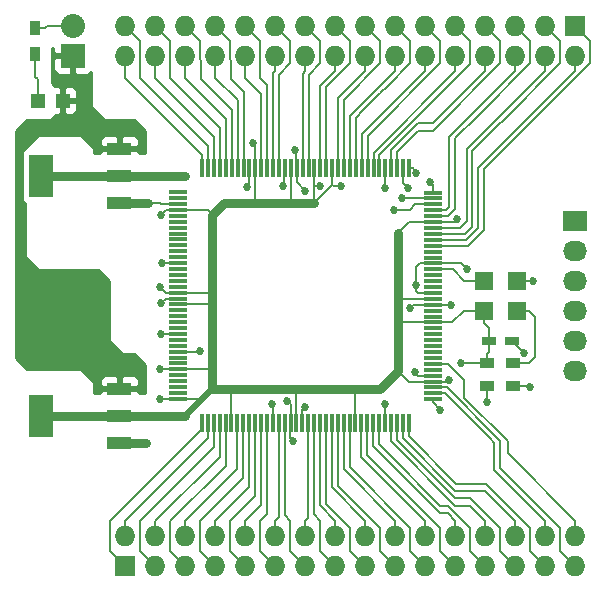
<source format=gbr>
G04 #@! TF.FileFunction,Copper,L1,Top,Signal*
%FSLAX46Y46*%
G04 Gerber Fmt 4.6, Leading zero omitted, Abs format (unit mm)*
G04 Created by KiCad (PCBNEW (2015-05-28 BZR 5689)-product) date Wed Jul 29 02:52:55 2015*
%MOMM*%
G01*
G04 APERTURE LIST*
%ADD10C,0.100000*%
%ADD11R,1.200000X0.750000*%
%ADD12R,1.198880X1.198880*%
%ADD13R,1.727200X1.727200*%
%ADD14O,1.727200X1.727200*%
%ADD15R,0.900000X1.200000*%
%ADD16R,1.200000X0.900000*%
%ADD17R,1.600000X0.300000*%
%ADD18R,0.300000X1.600000*%
%ADD19R,2.032000X3.657600*%
%ADD20R,2.032000X1.016000*%
%ADD21R,1.524000X1.524000*%
%ADD22R,2.032000X2.032000*%
%ADD23O,2.032000X2.032000*%
%ADD24R,2.032000X1.727200*%
%ADD25O,2.032000X1.727200*%
%ADD26C,0.685800*%
%ADD27C,0.203200*%
%ADD28C,0.762000*%
%ADD29C,0.508000*%
%ADD30C,0.254000*%
G04 APERTURE END LIST*
D10*
D11*
X229550000Y-60960000D03*
X227650000Y-60960000D03*
D12*
X191549020Y-40640000D03*
X189450980Y-40640000D03*
D13*
X196850000Y-80010000D03*
D14*
X196850000Y-77470000D03*
X199390000Y-80010000D03*
X199390000Y-77470000D03*
X201930000Y-80010000D03*
X201930000Y-77470000D03*
X204470000Y-80010000D03*
X204470000Y-77470000D03*
X207010000Y-80010000D03*
X207010000Y-77470000D03*
X209550000Y-80010000D03*
X209550000Y-77470000D03*
X212090000Y-80010000D03*
X212090000Y-77470000D03*
X214630000Y-80010000D03*
X214630000Y-77470000D03*
X217170000Y-80010000D03*
X217170000Y-77470000D03*
X219710000Y-80010000D03*
X219710000Y-77470000D03*
X222250000Y-80010000D03*
X222250000Y-77470000D03*
X224790000Y-80010000D03*
X224790000Y-77470000D03*
X227330000Y-80010000D03*
X227330000Y-77470000D03*
X229870000Y-80010000D03*
X229870000Y-77470000D03*
X232410000Y-80010000D03*
X232410000Y-77470000D03*
X234950000Y-80010000D03*
X234950000Y-77470000D03*
D15*
X189230000Y-36660000D03*
X189230000Y-34460000D03*
D16*
X227500000Y-64770000D03*
X229700000Y-64770000D03*
X227500000Y-62865000D03*
X229700000Y-62865000D03*
D17*
X201295000Y-48387000D03*
X201295000Y-48887000D03*
X201295000Y-49387000D03*
X201295000Y-49887000D03*
X201295000Y-50387000D03*
X201295000Y-50887000D03*
X201295000Y-51387000D03*
X201295000Y-51887000D03*
X201295000Y-52387000D03*
X201295000Y-52887000D03*
X201295000Y-53387000D03*
X201295000Y-53887000D03*
X201295000Y-54387000D03*
X201295000Y-54887000D03*
X201295000Y-55387000D03*
X201295000Y-55887000D03*
X201295000Y-56387000D03*
X201295000Y-56887000D03*
X201295000Y-57387000D03*
X201295000Y-57887000D03*
X201295000Y-58387000D03*
X201295000Y-58887000D03*
X201295000Y-59387000D03*
X201295000Y-59887000D03*
X201295000Y-60387000D03*
X201295000Y-60887000D03*
X201295000Y-61387000D03*
X201295000Y-61887000D03*
X201295000Y-62387000D03*
X201295000Y-62887000D03*
X201295000Y-63387000D03*
X201295000Y-63887000D03*
X201295000Y-64387000D03*
X201295000Y-64887000D03*
X201295000Y-65387000D03*
X201295000Y-65887000D03*
D18*
X203327000Y-67945000D03*
D17*
X222885000Y-65913000D03*
D18*
X203827000Y-67945000D03*
X204327000Y-67945000D03*
X204827000Y-67945000D03*
X205327000Y-67945000D03*
X205827000Y-67945000D03*
X206327000Y-67945000D03*
X206827000Y-67945000D03*
X207327000Y-67945000D03*
X207827000Y-67945000D03*
X208327000Y-67945000D03*
X208827000Y-67945000D03*
X209327000Y-67945000D03*
X209827000Y-67945000D03*
X210327000Y-67945000D03*
X210827000Y-67945000D03*
X211327000Y-67945000D03*
X211827000Y-67945000D03*
X212327000Y-67945000D03*
X212827000Y-67945000D03*
X213327000Y-67945000D03*
X213827000Y-67945000D03*
X214327000Y-67945000D03*
X214827000Y-67945000D03*
X215327000Y-67945000D03*
X215827000Y-67945000D03*
X216327000Y-67945000D03*
X216827000Y-67945000D03*
X217327000Y-67945000D03*
X217827000Y-67945000D03*
X218327000Y-67945000D03*
X218827000Y-67945000D03*
X219327000Y-67945000D03*
X219827000Y-67945000D03*
X220327000Y-67945000D03*
X220827000Y-67945000D03*
D17*
X222885000Y-65413000D03*
X222885000Y-64913000D03*
X222885000Y-64413000D03*
X222885000Y-63913000D03*
X222885000Y-63413000D03*
X222885000Y-62913000D03*
X222885000Y-62413000D03*
X222885000Y-61913000D03*
X222885000Y-61413000D03*
X222885000Y-60913000D03*
X222885000Y-60413000D03*
X222885000Y-59913000D03*
X222885000Y-59413000D03*
X222885000Y-58913000D03*
X222885000Y-58413000D03*
X222885000Y-57913000D03*
X222885000Y-57413000D03*
X222885000Y-56913000D03*
X222885000Y-56413000D03*
X222885000Y-55913000D03*
X222885000Y-55413000D03*
X222885000Y-54913000D03*
X222885000Y-54413000D03*
X222885000Y-53913000D03*
X222885000Y-53413000D03*
X222885000Y-52913000D03*
X222885000Y-52413000D03*
X222885000Y-51913000D03*
X222885000Y-51413000D03*
X222885000Y-50913000D03*
X222885000Y-50413000D03*
X222885000Y-49913000D03*
X222885000Y-49413000D03*
X222885000Y-48913000D03*
X222885000Y-48413000D03*
D18*
X220853000Y-46355000D03*
X220353000Y-46355000D03*
X219853000Y-46355000D03*
X219353000Y-46355000D03*
X218853000Y-46355000D03*
X218353000Y-46355000D03*
X217853000Y-46355000D03*
X217353000Y-46355000D03*
X216853000Y-46355000D03*
X216353000Y-46355000D03*
X215853000Y-46355000D03*
X215353000Y-46355000D03*
X214853000Y-46355000D03*
X214353000Y-46355000D03*
X213853000Y-46355000D03*
X213353000Y-46355000D03*
X212853000Y-46355000D03*
X212353000Y-46355000D03*
X211853000Y-46355000D03*
X211353000Y-46355000D03*
X210853000Y-46355000D03*
X210353000Y-46355000D03*
X209853000Y-46355000D03*
X209353000Y-46355000D03*
X208853000Y-46355000D03*
X208353000Y-46355000D03*
X207853000Y-46355000D03*
X207353000Y-46355000D03*
X206853000Y-46355000D03*
X206353000Y-46355000D03*
X205853000Y-46355000D03*
X205353000Y-46355000D03*
X204853000Y-46355000D03*
X204353000Y-46355000D03*
X203853000Y-46355000D03*
X203353000Y-46355000D03*
D19*
X189738000Y-46990000D03*
D20*
X196342000Y-46990000D03*
X196342000Y-44704000D03*
X196342000Y-49276000D03*
D19*
X189738000Y-67310000D03*
D20*
X196342000Y-67310000D03*
X196342000Y-65024000D03*
X196342000Y-69596000D03*
D21*
X229997000Y-58420000D03*
X229997000Y-55880000D03*
X227203000Y-55880000D03*
X227203000Y-58420000D03*
D22*
X192405000Y-36830000D03*
D23*
X192405000Y-34290000D03*
D13*
X234950000Y-34290000D03*
D14*
X234950000Y-36830000D03*
X232410000Y-34290000D03*
X232410000Y-36830000D03*
X229870000Y-34290000D03*
X229870000Y-36830000D03*
X227330000Y-34290000D03*
X227330000Y-36830000D03*
X224790000Y-34290000D03*
X224790000Y-36830000D03*
X222250000Y-34290000D03*
X222250000Y-36830000D03*
X219710000Y-34290000D03*
X219710000Y-36830000D03*
X217170000Y-34290000D03*
X217170000Y-36830000D03*
X214630000Y-34290000D03*
X214630000Y-36830000D03*
X212090000Y-34290000D03*
X212090000Y-36830000D03*
X209550000Y-34290000D03*
X209550000Y-36830000D03*
X207010000Y-34290000D03*
X207010000Y-36830000D03*
X204470000Y-34290000D03*
X204470000Y-36830000D03*
X201930000Y-34290000D03*
X201930000Y-36830000D03*
X199390000Y-34290000D03*
X199390000Y-36830000D03*
X196850000Y-34290000D03*
X196850000Y-36830000D03*
D24*
X234950000Y-50800000D03*
D25*
X234950000Y-53340000D03*
X234950000Y-55880000D03*
X234950000Y-58420000D03*
X234950000Y-60960000D03*
X234950000Y-63500000D03*
D26*
X194183000Y-63627000D03*
X194056000Y-43434000D03*
X221361000Y-63627000D03*
X209296000Y-66294000D03*
X218821000Y-66294000D03*
X222631000Y-47498000D03*
X218821000Y-48006000D03*
X198628000Y-69596000D03*
X198755000Y-49276000D03*
X212090000Y-66548000D03*
X210185000Y-47879000D03*
X207137000Y-47942500D03*
X199872600Y-60401200D03*
X199923400Y-54381400D03*
X231140000Y-64897000D03*
X230632000Y-61976000D03*
X225806000Y-54914800D03*
X221462600Y-56210200D03*
X231394000Y-55880000D03*
X224917000Y-50673000D03*
X192659000Y-67310000D03*
X199898000Y-50292000D03*
X199771000Y-56388000D03*
X204216000Y-54864000D03*
X199771000Y-65913000D03*
X199771000Y-63373000D03*
X206883000Y-65024000D03*
X211455000Y-65024000D03*
X215392000Y-65024000D03*
X219964000Y-55245000D03*
X219964000Y-60325000D03*
X219964000Y-62992000D03*
X207645000Y-44196000D03*
X209740500Y-49276000D03*
X213360000Y-47879000D03*
X215138000Y-47879000D03*
X224256600Y-64287400D03*
X225272600Y-62865000D03*
X203200000Y-61849000D03*
X212090000Y-48260000D03*
X210566000Y-66040000D03*
X201930000Y-46990000D03*
X220980000Y-58166000D03*
X194818000Y-46990000D03*
X199898000Y-57785000D03*
X211074000Y-69469000D03*
X224409000Y-57912000D03*
X211201000Y-44831000D03*
X221488000Y-46736000D03*
X219583000Y-49911000D03*
X223520000Y-66802000D03*
X227457000Y-66167000D03*
X220789500Y-48069500D03*
X220281500Y-48895000D03*
D27*
X222885000Y-63913000D02*
X221647000Y-63913000D01*
X221647000Y-63913000D02*
X221361000Y-63627000D01*
X209327000Y-67945000D02*
X209327000Y-66325000D01*
X209327000Y-66325000D02*
X209296000Y-66294000D01*
X218827000Y-67945000D02*
X218827000Y-66300000D01*
X218827000Y-66300000D02*
X218821000Y-66294000D01*
X222885000Y-48413000D02*
X222885000Y-47752000D01*
X222885000Y-47752000D02*
X222631000Y-47498000D01*
X218853000Y-46355000D02*
X218853000Y-47974000D01*
X218853000Y-47974000D02*
X218821000Y-48006000D01*
D28*
X196342000Y-69596000D02*
X198628000Y-69596000D01*
D27*
X201295000Y-49387000D02*
X199882000Y-49387000D01*
X199882000Y-49387000D02*
X199771000Y-49276000D01*
X199771000Y-49276000D02*
X198755000Y-49276000D01*
D28*
X198755000Y-49276000D02*
X196342000Y-49276000D01*
D27*
X189230000Y-34460000D02*
X190076000Y-34460000D01*
X190246000Y-34290000D02*
X192405000Y-34290000D01*
X190076000Y-34460000D02*
X190246000Y-34290000D01*
X211836000Y-66802000D02*
X212090000Y-66548000D01*
X211836000Y-67936000D02*
X211836000Y-66802000D01*
X211827000Y-67945000D02*
X211836000Y-67936000D01*
X210312000Y-47752000D02*
X210185000Y-47879000D01*
X210312000Y-46396000D02*
X210312000Y-47752000D01*
X210353000Y-46355000D02*
X210312000Y-46396000D01*
X207327500Y-47752000D02*
X207137000Y-47942500D01*
X207327500Y-46380500D02*
X207327500Y-47752000D01*
X207353000Y-46355000D02*
X207327500Y-46380500D01*
X201280800Y-60401200D02*
X199872600Y-60401200D01*
X201295000Y-60387000D02*
X201280800Y-60401200D01*
X201289400Y-54381400D02*
X199923400Y-54381400D01*
X201295000Y-54387000D02*
X201289400Y-54381400D01*
X231013000Y-64770000D02*
X231140000Y-64897000D01*
X231013000Y-64770000D02*
X229700000Y-64770000D01*
X230566000Y-61976000D02*
X230632000Y-61976000D01*
X229550000Y-60960000D02*
X230566000Y-61976000D01*
X222885000Y-54413000D02*
X222878800Y-54406800D01*
X225298000Y-54406800D02*
X225806000Y-54914800D01*
X222891200Y-54406800D02*
X225298000Y-54406800D01*
X222885000Y-54413000D02*
X222891200Y-54406800D01*
X221640400Y-56921400D02*
X221475300Y-56756300D01*
X221665800Y-56921400D02*
X221640400Y-56921400D01*
X222876600Y-56921400D02*
X221665800Y-56921400D01*
X222885000Y-56913000D02*
X222876600Y-56921400D01*
X222878800Y-54406800D02*
X221818200Y-54406800D01*
X221818200Y-54406800D02*
X221488000Y-54737000D01*
X221488000Y-54737000D02*
X221488000Y-56184800D01*
X221488000Y-56184800D02*
X221462600Y-56210200D01*
X221462600Y-56743600D02*
X221462600Y-56210200D01*
X221475300Y-56756300D02*
X221462600Y-56743600D01*
X229997000Y-55880000D02*
X231394000Y-55880000D01*
X222885000Y-50913000D02*
X224677000Y-50913000D01*
X224677000Y-50913000D02*
X224917000Y-50673000D01*
X201295000Y-63387000D02*
X204216000Y-63387000D01*
X204216000Y-63387000D02*
X204216000Y-63500000D01*
X201295000Y-57887000D02*
X204216000Y-57887000D01*
X204216000Y-57887000D02*
X204216000Y-57912000D01*
X201295000Y-56887000D02*
X204216000Y-56887000D01*
X204216000Y-56887000D02*
X204216000Y-56896000D01*
X201295000Y-49887000D02*
X203811000Y-49887000D01*
X203811000Y-49887000D02*
X204216000Y-50292000D01*
X207853000Y-46355000D02*
X207853000Y-49276000D01*
X207853000Y-49276000D02*
X207772000Y-49276000D01*
X210853000Y-46355000D02*
X210853000Y-49276000D01*
X210853000Y-49276000D02*
X210820000Y-49276000D01*
X212853000Y-47879000D02*
X212853000Y-49275000D01*
X212853000Y-46355000D02*
X212853000Y-47879000D01*
X212853000Y-49275000D02*
X212852000Y-49276000D01*
X212852000Y-49276000D02*
X214376000Y-47752000D01*
D28*
X204216000Y-50292000D02*
X205232000Y-49276000D01*
X205232000Y-49276000D02*
X207772000Y-49276000D01*
X209169000Y-49276000D02*
X210820000Y-49276000D01*
X207772000Y-49276000D02*
X209169000Y-49276000D01*
X210820000Y-49276000D02*
X212852000Y-49276000D01*
X204216000Y-65024000D02*
X204216000Y-63500000D01*
X204216000Y-63500000D02*
X204216000Y-57912000D01*
X204216000Y-57912000D02*
X204216000Y-56896000D01*
X204216000Y-54229000D02*
X204216000Y-50292000D01*
X204216000Y-56896000D02*
X204216000Y-54229000D01*
D27*
X214376000Y-47752000D02*
X214376000Y-46378000D01*
X214376000Y-46378000D02*
X214353000Y-46355000D01*
X222885000Y-57413000D02*
X219964000Y-57413000D01*
X219964000Y-57413000D02*
X219964000Y-57404000D01*
X222885000Y-59413000D02*
X219964000Y-59413000D01*
X219964000Y-59413000D02*
X219964000Y-59436000D01*
X222885000Y-64413000D02*
X220877000Y-64413000D01*
X220877000Y-64413000D02*
X219964000Y-63500000D01*
X216327000Y-67945000D02*
X216327000Y-65024000D01*
X216327000Y-65024000D02*
X216408000Y-65024000D01*
X211327000Y-67945000D02*
X211327000Y-65024000D01*
X211327000Y-65024000D02*
X211328000Y-65024000D01*
X205827000Y-67945000D02*
X205827000Y-65024000D01*
X205827000Y-65024000D02*
X205740000Y-65024000D01*
X201295000Y-65887000D02*
X203353000Y-65887000D01*
X203353000Y-65887000D02*
X203200000Y-66040000D01*
D28*
X196342000Y-67310000D02*
X201930000Y-67310000D01*
D27*
X220867000Y-50913000D02*
X222885000Y-50913000D01*
D28*
X219964000Y-59436000D02*
X219964000Y-57404000D01*
X219964000Y-54610000D02*
X219964000Y-51816000D01*
X219964000Y-57404000D02*
X219964000Y-54610000D01*
D27*
X219964000Y-51816000D02*
X220867000Y-50913000D01*
D28*
X219964000Y-60706000D02*
X219964000Y-59436000D01*
X219964000Y-63500000D02*
X219964000Y-60706000D01*
X218440000Y-65024000D02*
X219964000Y-63500000D01*
X204216000Y-65024000D02*
X205740000Y-65024000D01*
X207391000Y-65024000D02*
X211328000Y-65024000D01*
X205740000Y-65024000D02*
X207391000Y-65024000D01*
X214884000Y-65024000D02*
X216408000Y-65024000D01*
X210947000Y-65024000D02*
X214884000Y-65024000D01*
X211328000Y-65024000D02*
X210947000Y-65024000D01*
X216408000Y-65024000D02*
X218440000Y-65024000D01*
D29*
X203708000Y-65532000D02*
X204216000Y-65024000D01*
X201930000Y-67310000D02*
X203200000Y-66040000D01*
X203200000Y-66040000D02*
X203708000Y-65532000D01*
D27*
X227500000Y-62865000D02*
X227500000Y-62060000D01*
X227650000Y-61910000D02*
X227650000Y-60960000D01*
X227500000Y-62060000D02*
X227650000Y-61910000D01*
X227203000Y-58420000D02*
X227203000Y-59436000D01*
X227650000Y-59883000D02*
X227650000Y-60960000D01*
X227203000Y-59436000D02*
X227650000Y-59883000D01*
D28*
X196342000Y-67310000D02*
X192659000Y-67310000D01*
X192659000Y-67310000D02*
X189738000Y-67310000D01*
D27*
X222885000Y-59413000D02*
X224513000Y-59413000D01*
X224513000Y-59413000D02*
X225506000Y-58420000D01*
X225506000Y-58420000D02*
X227203000Y-58420000D01*
X200279000Y-49911000D02*
X199898000Y-50292000D01*
X201271000Y-49911000D02*
X200279000Y-49911000D01*
X201295000Y-49887000D02*
X201271000Y-49911000D01*
X200279000Y-56896000D02*
X199771000Y-56388000D01*
X201286000Y-56896000D02*
X200279000Y-56896000D01*
X201295000Y-56887000D02*
X201286000Y-56896000D01*
X204216000Y-54864000D02*
X204216000Y-54229000D01*
X201269000Y-65913000D02*
X199771000Y-65913000D01*
X201295000Y-65887000D02*
X201269000Y-65913000D01*
X201281000Y-63373000D02*
X199771000Y-63373000D01*
X201295000Y-63387000D02*
X201281000Y-63373000D01*
X206883000Y-65024000D02*
X207391000Y-65024000D01*
X211455000Y-65024000D02*
X210947000Y-65024000D01*
X214884000Y-65151000D02*
X214884000Y-65024000D01*
X214884000Y-65024000D02*
X214884000Y-65151000D01*
X215392000Y-65024000D02*
X214884000Y-65024000D01*
X219964000Y-55245000D02*
X219964000Y-54610000D01*
X219964000Y-60325000D02*
X219964000Y-60706000D01*
X219964000Y-62992000D02*
X219964000Y-63500000D01*
X207835500Y-46337500D02*
X207853000Y-46355000D01*
X207645000Y-44196000D02*
X207835500Y-44386500D01*
X207835500Y-44386500D02*
X207835500Y-46337500D01*
X209740500Y-49276000D02*
X209169000Y-49276000D01*
X213360000Y-47879000D02*
X213360000Y-47878000D01*
X213360000Y-47878000D02*
X212853000Y-47878000D01*
X212853000Y-47878000D02*
X212852000Y-47879000D01*
X212852000Y-47879000D02*
X212853000Y-47879000D01*
X215138000Y-47879000D02*
X214503000Y-47879000D01*
X214503000Y-47879000D02*
X214376000Y-47752000D01*
X224129600Y-64414400D02*
X224256600Y-64287400D01*
X222886400Y-64414400D02*
X224129600Y-64414400D01*
X222885000Y-64413000D02*
X222886400Y-64414400D01*
X225272600Y-62865000D02*
X227500000Y-62865000D01*
X203162000Y-61887000D02*
X201295000Y-61887000D01*
X203200000Y-61849000D02*
X203162000Y-61887000D01*
X211353000Y-47523000D02*
X211353000Y-46355000D01*
X212090000Y-48260000D02*
X211353000Y-47523000D01*
X210827000Y-66301000D02*
X210827000Y-67945000D01*
X210566000Y-66040000D02*
X210827000Y-66301000D01*
D28*
X196342000Y-46990000D02*
X201930000Y-46990000D01*
D27*
X221233000Y-57913000D02*
X222885000Y-57913000D01*
X220980000Y-58166000D02*
X221233000Y-57913000D01*
D28*
X196342000Y-46990000D02*
X194818000Y-46990000D01*
X194818000Y-46990000D02*
X189738000Y-46990000D01*
D27*
X200279000Y-57404000D02*
X199898000Y-57785000D01*
X201278000Y-57404000D02*
X200279000Y-57404000D01*
X201295000Y-57387000D02*
X201278000Y-57404000D01*
X210820000Y-69215000D02*
X211074000Y-69469000D01*
X210820000Y-67952000D02*
X210820000Y-69215000D01*
X210827000Y-67945000D02*
X210820000Y-67952000D01*
X222886000Y-57912000D02*
X224409000Y-57912000D01*
X222885000Y-57913000D02*
X222886000Y-57912000D01*
X211328000Y-44958000D02*
X211201000Y-44831000D01*
X211328000Y-46330000D02*
X211328000Y-44958000D01*
X211353000Y-46355000D02*
X211328000Y-46330000D01*
X189450980Y-40640000D02*
X189450980Y-38828980D01*
X189230000Y-38608000D02*
X189230000Y-36660000D01*
X189450980Y-38828980D02*
X189230000Y-38608000D01*
X225552000Y-52413000D02*
X225717000Y-52413000D01*
X225717000Y-52413000D02*
X226695000Y-51435000D01*
X230505000Y-42545000D02*
X228092000Y-44958000D01*
X226695000Y-46355000D02*
X226695000Y-51435000D01*
X228092000Y-44958000D02*
X226695000Y-46355000D01*
X234950000Y-38100000D02*
X234950000Y-36830000D01*
X234950000Y-38100000D02*
X230505000Y-42545000D01*
X222885000Y-52413000D02*
X225552000Y-52413000D01*
X228727000Y-42418000D02*
X228688902Y-42418000D01*
X226187000Y-44919902D02*
X226187000Y-51308000D01*
X228688902Y-42418000D02*
X226187000Y-44919902D01*
X233680000Y-37465000D02*
X233680000Y-35560000D01*
X233680000Y-35560000D02*
X232410000Y-34290000D01*
X225582000Y-51913000D02*
X226187000Y-51308000D01*
X222885000Y-51913000D02*
X225582000Y-51913000D01*
X233680000Y-37465000D02*
X228727000Y-42418000D01*
X225742500Y-50863500D02*
X225742500Y-44767500D01*
X232410000Y-38100000D02*
X227965000Y-42545000D01*
X232410000Y-38100000D02*
X232410000Y-36830000D01*
X225742500Y-44767500D02*
X227965000Y-42545000D01*
X225193000Y-51413000D02*
X225742500Y-50863500D01*
X222885000Y-51413000D02*
X225193000Y-51413000D01*
X222885000Y-50413000D02*
X224161000Y-50413000D01*
X224790000Y-43815000D02*
X226695000Y-41910000D01*
X224790000Y-49784000D02*
X224790000Y-43815000D01*
X224161000Y-50413000D02*
X224790000Y-49784000D01*
X231140000Y-37465000D02*
X231140000Y-35560000D01*
X226695000Y-41910000D02*
X231140000Y-37465000D01*
X231140000Y-35560000D02*
X229870000Y-34290000D01*
X195580000Y-78740000D02*
X196850000Y-80010000D01*
X195580000Y-76200000D02*
X195580000Y-78740000D01*
X203327000Y-68453000D02*
X195580000Y-76200000D01*
X203327000Y-67945000D02*
X203327000Y-68453000D01*
X203827000Y-69223000D02*
X196850000Y-76200000D01*
X196850000Y-76200000D02*
X196850000Y-77470000D01*
X203827000Y-67945000D02*
X203827000Y-69223000D01*
X204327000Y-69993000D02*
X198120000Y-76200000D01*
X198120000Y-76200000D02*
X198120000Y-78740000D01*
X198120000Y-78740000D02*
X199390000Y-80010000D01*
X204327000Y-67945000D02*
X204327000Y-69993000D01*
X199390000Y-76200000D02*
X204827000Y-70763000D01*
X204827000Y-70763000D02*
X204827000Y-67945000D01*
X199390000Y-77470000D02*
X199390000Y-76200000D01*
X205327000Y-71533000D02*
X200660000Y-76200000D01*
X200660000Y-76200000D02*
X200660000Y-78740000D01*
X200660000Y-78740000D02*
X201930000Y-80010000D01*
X205327000Y-67945000D02*
X205327000Y-71533000D01*
X201930000Y-76200000D02*
X206327000Y-71803000D01*
X206327000Y-71803000D02*
X206327000Y-67945000D01*
X201930000Y-77470000D02*
X201930000Y-76200000D01*
X206827000Y-72573000D02*
X203200000Y-76200000D01*
X203200000Y-76200000D02*
X203200000Y-78740000D01*
X203200000Y-78740000D02*
X204470000Y-80010000D01*
X206827000Y-67945000D02*
X206827000Y-72573000D01*
X204470000Y-76200000D02*
X207327000Y-73343000D01*
X207327000Y-73343000D02*
X207327000Y-67945000D01*
X204470000Y-77470000D02*
X204470000Y-76200000D01*
X205740000Y-78740000D02*
X205740000Y-76200000D01*
X205740000Y-76200000D02*
X207827000Y-74113000D01*
X207827000Y-74113000D02*
X207827000Y-67945000D01*
X207010000Y-80010000D02*
X205740000Y-78740000D01*
X207010000Y-76200000D02*
X208327000Y-74883000D01*
X208327000Y-74883000D02*
X208327000Y-67945000D01*
X207010000Y-77470000D02*
X207010000Y-76200000D01*
X208280000Y-78740000D02*
X208280000Y-76200000D01*
X208280000Y-76200000D02*
X208827000Y-75653000D01*
X208827000Y-75653000D02*
X208827000Y-67945000D01*
X209550000Y-80010000D02*
X208280000Y-78740000D01*
X209550000Y-76200000D02*
X209827000Y-75923000D01*
X209827000Y-75923000D02*
X209827000Y-67945000D01*
X209550000Y-77470000D02*
X209550000Y-76200000D01*
X210820000Y-78740000D02*
X210820000Y-76200000D01*
X210820000Y-76200000D02*
X210327000Y-75707000D01*
X210327000Y-75707000D02*
X210327000Y-67945000D01*
X212090000Y-80010000D02*
X210820000Y-78740000D01*
X212090000Y-76200000D02*
X212327000Y-75963000D01*
X212327000Y-75963000D02*
X212327000Y-67945000D01*
X212090000Y-77470000D02*
X212090000Y-76200000D01*
X213360000Y-78740000D02*
X213360000Y-76200000D01*
X213360000Y-76200000D02*
X212827000Y-75667000D01*
X212827000Y-75667000D02*
X212827000Y-67945000D01*
X214630000Y-80010000D02*
X213360000Y-78740000D01*
X214630000Y-76200000D02*
X213327000Y-74897000D01*
X213327000Y-74897000D02*
X213327000Y-67945000D01*
X214630000Y-77470000D02*
X214630000Y-76200000D01*
X215900000Y-78740000D02*
X215900000Y-76835000D01*
X215900000Y-76835000D02*
X213827000Y-74762000D01*
X213827000Y-74762000D02*
X213827000Y-67945000D01*
X217170000Y-80010000D02*
X215900000Y-78740000D01*
X217170000Y-76200000D02*
X214327000Y-73357000D01*
X214327000Y-73357000D02*
X214327000Y-67945000D01*
X217170000Y-77470000D02*
X217170000Y-76200000D01*
X218440000Y-78740000D02*
X218440000Y-76835000D01*
X218440000Y-76835000D02*
X214827000Y-73222000D01*
X214827000Y-73222000D02*
X214827000Y-67945000D01*
X219710000Y-80010000D02*
X218440000Y-78740000D01*
X219710000Y-76200000D02*
X215327000Y-71817000D01*
X215327000Y-71817000D02*
X215327000Y-67945000D01*
X219710000Y-77470000D02*
X219710000Y-76200000D01*
X220980000Y-78740000D02*
X220980000Y-76835000D01*
X220980000Y-76835000D02*
X215827000Y-71682000D01*
X215827000Y-71682000D02*
X215827000Y-67945000D01*
X222250000Y-80010000D02*
X220980000Y-78740000D01*
X222250000Y-76200000D02*
X216827000Y-70777000D01*
X216827000Y-70777000D02*
X216827000Y-67945000D01*
X222250000Y-77470000D02*
X222250000Y-76200000D01*
X223520000Y-78740000D02*
X223520000Y-76835000D01*
X223520000Y-76835000D02*
X217327000Y-70642000D01*
X217327000Y-70642000D02*
X217327000Y-67945000D01*
X224790000Y-80010000D02*
X223520000Y-78740000D01*
X223520000Y-75565000D02*
X224155000Y-75565000D01*
X224155000Y-75565000D02*
X224790000Y-76200000D01*
X224790000Y-76200000D02*
X224790000Y-77470000D01*
X217827000Y-67945000D02*
X217827000Y-69872000D01*
X219075000Y-71120000D02*
X217827000Y-69872000D01*
X219075000Y-71120000D02*
X223520000Y-75565000D01*
X223520000Y-74930000D02*
X224155000Y-74930000D01*
X224155000Y-74930000D02*
X226060000Y-76835000D01*
X226060000Y-78740000D02*
X227330000Y-80010000D01*
X218327000Y-67945000D02*
X218327000Y-69737000D01*
X219075000Y-70485000D02*
X218327000Y-69737000D01*
X226060000Y-78740000D02*
X226060000Y-76835000D01*
X219075000Y-70485000D02*
X223520000Y-74930000D01*
X227330000Y-76200000D02*
X226060000Y-74930000D01*
X226060000Y-74930000D02*
X224790000Y-74930000D01*
X224790000Y-74930000D02*
X219327000Y-69467000D01*
X219327000Y-69467000D02*
X219327000Y-67945000D01*
X227330000Y-77470000D02*
X227330000Y-76200000D01*
X228600000Y-78740000D02*
X229870000Y-80010000D01*
X219827000Y-67945000D02*
X219827000Y-69332000D01*
X224790000Y-74295000D02*
X219827000Y-69332000D01*
X226060000Y-74295000D02*
X224790000Y-74295000D01*
X228600000Y-76835000D02*
X226060000Y-74295000D01*
X228600000Y-78740000D02*
X228600000Y-76835000D01*
X229870000Y-76200000D02*
X227330000Y-73660000D01*
X227330000Y-73660000D02*
X224790000Y-73660000D01*
X224790000Y-73660000D02*
X220327000Y-69197000D01*
X220327000Y-69197000D02*
X220327000Y-67945000D01*
X229870000Y-77470000D02*
X229870000Y-76200000D01*
X231140000Y-78740000D02*
X231140000Y-76835000D01*
X231140000Y-76835000D02*
X227360130Y-73055130D01*
X227360130Y-73055130D02*
X224820130Y-73055130D01*
X224820130Y-73055130D02*
X220827000Y-69062000D01*
X220827000Y-69062000D02*
X220827000Y-67945000D01*
X232410000Y-80010000D02*
X231140000Y-78740000D01*
X227711000Y-69215000D02*
X228092000Y-69596000D01*
X228092000Y-69596000D02*
X228092000Y-71882000D01*
X222885000Y-65405000D02*
X222885000Y-65413000D01*
X232410000Y-76200000D02*
X228092000Y-71882000D01*
X232410000Y-77470000D02*
X232410000Y-76200000D01*
X227711000Y-69215000D02*
X223901000Y-65405000D01*
X223901000Y-65405000D02*
X222885000Y-65405000D01*
X228600000Y-71755000D02*
X228600000Y-69469000D01*
X234950000Y-80010000D02*
X233680000Y-78740000D01*
X224044000Y-64913000D02*
X222885000Y-64913000D01*
X228346000Y-69215000D02*
X224044000Y-64913000D01*
X233680000Y-76835000D02*
X228600000Y-71755000D01*
X233680000Y-78740000D02*
X233680000Y-76835000D01*
X228600000Y-69469000D02*
X228346000Y-69215000D01*
X224282000Y-62992000D02*
X225552000Y-64262000D01*
X229235000Y-70231000D02*
X229235000Y-69469000D01*
X225552000Y-65786000D02*
X225552000Y-64262000D01*
X229235000Y-69469000D02*
X225552000Y-65786000D01*
X234950000Y-76200000D02*
X229235000Y-70485000D01*
X229235000Y-70485000D02*
X229235000Y-70231000D01*
X224282000Y-62992000D02*
X224203000Y-62913000D01*
X224203000Y-62913000D02*
X222885000Y-62913000D01*
X234950000Y-77470000D02*
X234950000Y-76200000D01*
X220853000Y-46355000D02*
X221234000Y-46355000D01*
X221234000Y-46355000D02*
X221488000Y-46736000D01*
X221351000Y-49413000D02*
X220980000Y-49911000D01*
X220980000Y-49911000D02*
X219583000Y-49911000D01*
X221351000Y-49413000D02*
X222885000Y-49413000D01*
X222885000Y-65913000D02*
X222885000Y-66167000D01*
X223520000Y-66802000D02*
X222885000Y-66167000D01*
X227500000Y-66124000D02*
X227500000Y-64770000D01*
X227457000Y-66167000D02*
X227500000Y-66124000D01*
X229997000Y-58420000D02*
X231013000Y-58420000D01*
X231521000Y-58928000D02*
X231521000Y-59309000D01*
X231013000Y-58420000D02*
X231521000Y-58928000D01*
X229997000Y-58420000D02*
X230759000Y-58420000D01*
X231521000Y-59182000D02*
X231521000Y-59309000D01*
X231521000Y-59309000D02*
X231521000Y-62357000D01*
X231013000Y-62865000D02*
X229700000Y-62865000D01*
X231521000Y-62357000D02*
X231013000Y-62865000D01*
X222885000Y-54913000D02*
X224585000Y-54913000D01*
X225552000Y-55880000D02*
X227203000Y-55880000D01*
X224585000Y-54913000D02*
X225552000Y-55880000D01*
X225806000Y-52913000D02*
X225852000Y-52913000D01*
X227203000Y-46421740D02*
X231140000Y-42484740D01*
X227203000Y-51562000D02*
X227203000Y-46421740D01*
X225852000Y-52913000D02*
X227203000Y-51562000D01*
X236220000Y-37465000D02*
X236220000Y-35560000D01*
X236220000Y-35560000D02*
X234950000Y-34290000D01*
X236159740Y-37465000D02*
X231140000Y-42484740D01*
X236220000Y-37465000D02*
X236159740Y-37465000D01*
X222885000Y-52913000D02*
X225806000Y-52913000D01*
X222885000Y-49913000D02*
X224026000Y-49913000D01*
X229870000Y-38100000D02*
X226060000Y-41910000D01*
X226060000Y-41910000D02*
X226090130Y-41879870D01*
X229870000Y-38100000D02*
X229870000Y-36830000D01*
X224282000Y-43688000D02*
X226090130Y-41879870D01*
X224282000Y-49657000D02*
X224282000Y-43688000D01*
X224026000Y-49913000D02*
X224282000Y-49657000D01*
X228600000Y-35560000D02*
X228600000Y-37465000D01*
X228600000Y-37465000D02*
X222885000Y-43180000D01*
X222885000Y-43180000D02*
X221615000Y-43180000D01*
X221615000Y-43180000D02*
X219853000Y-44942000D01*
X219853000Y-44942000D02*
X219853000Y-46355000D01*
X227330000Y-34290000D02*
X228600000Y-35560000D01*
X219353000Y-44807000D02*
X221615000Y-42545000D01*
X221615000Y-42545000D02*
X222885000Y-42545000D01*
X222885000Y-42545000D02*
X227330000Y-38100000D01*
X227330000Y-38100000D02*
X227330000Y-36830000D01*
X219353000Y-46355000D02*
X219353000Y-44807000D01*
X218353000Y-45232260D02*
X226060000Y-37525260D01*
X226060000Y-37525260D02*
X226060000Y-35560000D01*
X226060000Y-35560000D02*
X224790000Y-34290000D01*
X218353000Y-46355000D02*
X218353000Y-45232260D01*
X217853000Y-45037000D02*
X224790000Y-38100000D01*
X224790000Y-38100000D02*
X224790000Y-36830000D01*
X217853000Y-46355000D02*
X217853000Y-45037000D01*
X217353000Y-43632000D02*
X223520000Y-37465000D01*
X223520000Y-37465000D02*
X223520000Y-35560000D01*
X223520000Y-35560000D02*
X222250000Y-34290000D01*
X217353000Y-46355000D02*
X217353000Y-43632000D01*
X216853000Y-43497000D02*
X222250000Y-38100000D01*
X222250000Y-38100000D02*
X222250000Y-36830000D01*
X216853000Y-46355000D02*
X216853000Y-43497000D01*
X216988000Y-41457000D02*
X218440000Y-40005000D01*
X218440000Y-40005000D02*
X219075000Y-39370000D01*
X219075000Y-39370000D02*
X220980000Y-37465000D01*
X216353000Y-42092000D02*
X216353000Y-46355000D01*
X219710000Y-34290000D02*
X220980000Y-35560000D01*
X220980000Y-37465000D02*
X220980000Y-35560000D01*
X216353000Y-42092000D02*
X216988000Y-41457000D01*
X215853000Y-41957000D02*
X219710000Y-38100000D01*
X219710000Y-38100000D02*
X219710000Y-38100000D01*
X215853000Y-46355000D02*
X215853000Y-41957000D01*
X219710000Y-38100000D02*
X219710000Y-36830000D01*
X215353000Y-40552000D02*
X218440000Y-37465000D01*
X218440000Y-37465000D02*
X218440000Y-35560000D01*
X218440000Y-35560000D02*
X217170000Y-34290000D01*
X215353000Y-46355000D02*
X215353000Y-40552000D01*
X214853000Y-40417000D02*
X217170000Y-38100000D01*
X217170000Y-38100000D02*
X217170000Y-36830000D01*
X214853000Y-46355000D02*
X214853000Y-40417000D01*
X213853000Y-39512000D02*
X215900000Y-37465000D01*
X215900000Y-37465000D02*
X215900000Y-35560000D01*
X215900000Y-35560000D02*
X214630000Y-34290000D01*
X213853000Y-46355000D02*
X213853000Y-39512000D01*
X213353000Y-39377000D02*
X214630000Y-38100000D01*
X214630000Y-38100000D02*
X214630000Y-36830000D01*
X213353000Y-46355000D02*
X213353000Y-39377000D01*
X212353000Y-38472000D02*
X213360000Y-37465000D01*
X213360000Y-37465000D02*
X213360000Y-35560000D01*
X213360000Y-35560000D02*
X212090000Y-34290000D01*
X212353000Y-46355000D02*
X212353000Y-38472000D01*
X211853000Y-38337000D02*
X212090000Y-38100000D01*
X212090000Y-38100000D02*
X212090000Y-36830000D01*
X211853000Y-46355000D02*
X211853000Y-38972000D01*
X211853000Y-38972000D02*
X211853000Y-38337000D01*
X209853000Y-38432000D02*
X210820000Y-37465000D01*
X210820000Y-37465000D02*
X210820000Y-35560000D01*
X210820000Y-35560000D02*
X209550000Y-34290000D01*
X209853000Y-46355000D02*
X209853000Y-38432000D01*
X209353000Y-38297000D02*
X209550000Y-38100000D01*
X209550000Y-38100000D02*
X209550000Y-36830000D01*
X209353000Y-46355000D02*
X209353000Y-38932000D01*
X209353000Y-38932000D02*
X209353000Y-38297000D01*
X208280000Y-38735000D02*
X208280000Y-35560000D01*
X208280000Y-35560000D02*
X207010000Y-34290000D01*
X208853000Y-41910000D02*
X208853000Y-41848000D01*
X208853000Y-46355000D02*
X208853000Y-41910000D01*
X208853000Y-39308000D02*
X208280000Y-38735000D01*
X208280000Y-38735000D02*
X208280000Y-38735000D01*
X208853000Y-41910000D02*
X208853000Y-39308000D01*
X208353000Y-40078000D02*
X207010000Y-38735000D01*
X207010000Y-38735000D02*
X207010000Y-36830000D01*
X208353000Y-46355000D02*
X208353000Y-40078000D01*
X206883130Y-39878130D02*
X205770130Y-38765130D01*
X205770130Y-38765130D02*
X205740000Y-35560000D01*
X205740000Y-35560000D02*
X204470000Y-34290000D01*
X206853000Y-46355000D02*
X206883130Y-39878130D01*
X206353000Y-40618000D02*
X204470000Y-38735000D01*
X204470000Y-38735000D02*
X204470000Y-36830000D01*
X206353000Y-46355000D02*
X206353000Y-40618000D01*
X205883130Y-41418130D02*
X203230130Y-38765130D01*
X203230130Y-38765130D02*
X203200000Y-35560000D01*
X203200000Y-35560000D02*
X201930000Y-34290000D01*
X205853000Y-46355000D02*
X205883130Y-41418130D01*
X205353000Y-42158000D02*
X201930000Y-38735000D01*
X201930000Y-38735000D02*
X201930000Y-36830000D01*
X205353000Y-46355000D02*
X205353000Y-42158000D01*
X204853000Y-42928000D02*
X200660000Y-38735000D01*
X200660000Y-38735000D02*
X200660000Y-35560000D01*
X200660000Y-35560000D02*
X199390000Y-34290000D01*
X204853000Y-46355000D02*
X204853000Y-42928000D01*
X204353000Y-43698000D02*
X199390000Y-38735000D01*
X199390000Y-38735000D02*
X199390000Y-36830000D01*
X204353000Y-46355000D02*
X204353000Y-43698000D01*
X203853000Y-44468000D02*
X198120000Y-38735000D01*
X198120000Y-38735000D02*
X198120000Y-35560000D01*
X198120000Y-35560000D02*
X196850000Y-34290000D01*
X203853000Y-46355000D02*
X203853000Y-44468000D01*
X203353000Y-45238000D02*
X196850000Y-38735000D01*
X196850000Y-38735000D02*
X196850000Y-36830000D01*
X203353000Y-46355000D02*
X203353000Y-45238000D01*
X220353000Y-46355000D02*
X220353000Y-47633000D01*
X220353000Y-47633000D02*
X220789500Y-48069500D01*
X222885000Y-48913000D02*
X220299500Y-48913000D01*
D30*
G36*
X198501000Y-65405000D02*
X197993000Y-65405000D01*
X197993000Y-65309750D01*
X197993000Y-64738250D01*
X197993000Y-64389691D01*
X197896327Y-64156302D01*
X197717699Y-63977673D01*
X197484310Y-63881000D01*
X197231691Y-63881000D01*
X196627750Y-63881000D01*
X196469000Y-64039750D01*
X196469000Y-64897000D01*
X197834250Y-64897000D01*
X197993000Y-64738250D01*
X197993000Y-65309750D01*
X197834250Y-65151000D01*
X196469000Y-65151000D01*
X196469000Y-65171000D01*
X196215000Y-65171000D01*
X196215000Y-65151000D01*
X196215000Y-64897000D01*
X196215000Y-64039750D01*
X196056250Y-63881000D01*
X195452309Y-63881000D01*
X195199690Y-63881000D01*
X194966301Y-63977673D01*
X194787673Y-64156302D01*
X194691000Y-64389691D01*
X194691000Y-64738250D01*
X194849750Y-64897000D01*
X196215000Y-64897000D01*
X196215000Y-65151000D01*
X194849750Y-65151000D01*
X194691000Y-65309750D01*
X194691000Y-65405000D01*
X194183000Y-65405000D01*
X194183000Y-64463395D01*
X193092605Y-63373000D01*
X188520605Y-63373000D01*
X187579000Y-62431395D01*
X187579000Y-43232605D01*
X188520605Y-42291000D01*
X190552605Y-42291000D01*
X190969165Y-41874440D01*
X191263270Y-41874440D01*
X191422020Y-41715690D01*
X191422020Y-40767000D01*
X191402020Y-40767000D01*
X191402020Y-40513000D01*
X191422020Y-40513000D01*
X191422020Y-39564310D01*
X191263270Y-39405560D01*
X190823271Y-39405560D01*
X190793033Y-39418085D01*
X190627000Y-39086019D01*
X190627000Y-36195000D01*
X190754000Y-36195000D01*
X190754000Y-36544250D01*
X190912750Y-36703000D01*
X192278000Y-36703000D01*
X192278000Y-36683000D01*
X192532000Y-36683000D01*
X192532000Y-36703000D01*
X192552000Y-36703000D01*
X192552000Y-36957000D01*
X192532000Y-36957000D01*
X192532000Y-38322250D01*
X192690750Y-38481000D01*
X193547309Y-38481000D01*
X193780698Y-38384327D01*
X193929000Y-38236025D01*
X193929000Y-41200605D01*
X195019395Y-42291000D01*
X197559395Y-42291000D01*
X198501000Y-43232605D01*
X198501000Y-45085000D01*
X197993000Y-45085000D01*
X197993000Y-44989750D01*
X197993000Y-44418250D01*
X197993000Y-44069691D01*
X197896327Y-43836302D01*
X197717699Y-43657673D01*
X197484310Y-43561000D01*
X197231691Y-43561000D01*
X196627750Y-43561000D01*
X196469000Y-43719750D01*
X196469000Y-44577000D01*
X197834250Y-44577000D01*
X197993000Y-44418250D01*
X197993000Y-44989750D01*
X197834250Y-44831000D01*
X196469000Y-44831000D01*
X196469000Y-44851000D01*
X196215000Y-44851000D01*
X196215000Y-44831000D01*
X196215000Y-44577000D01*
X196215000Y-43719750D01*
X196056250Y-43561000D01*
X195452309Y-43561000D01*
X195199690Y-43561000D01*
X194966301Y-43657673D01*
X194787673Y-43836302D01*
X194691000Y-44069691D01*
X194691000Y-44418250D01*
X194849750Y-44577000D01*
X196215000Y-44577000D01*
X196215000Y-44831000D01*
X194849750Y-44831000D01*
X194691000Y-44989750D01*
X194691000Y-45085000D01*
X194183000Y-45085000D01*
X194183000Y-44651395D01*
X193092605Y-43561000D01*
X192783460Y-43561000D01*
X192783460Y-41365750D01*
X192783460Y-41113131D01*
X192783460Y-40925750D01*
X192783460Y-40354250D01*
X192783460Y-40166869D01*
X192783460Y-39914250D01*
X192686787Y-39680861D01*
X192508158Y-39502233D01*
X192278000Y-39406898D01*
X192278000Y-38322250D01*
X192278000Y-36957000D01*
X190912750Y-36957000D01*
X190754000Y-37115750D01*
X190754000Y-37719691D01*
X190754000Y-37972310D01*
X190850673Y-38205699D01*
X191029302Y-38384327D01*
X191262691Y-38481000D01*
X192119250Y-38481000D01*
X192278000Y-38322250D01*
X192278000Y-39406898D01*
X192274769Y-39405560D01*
X191834770Y-39405560D01*
X191676020Y-39564310D01*
X191676020Y-40513000D01*
X192624710Y-40513000D01*
X192783460Y-40354250D01*
X192783460Y-40925750D01*
X192624710Y-40767000D01*
X191676020Y-40767000D01*
X191676020Y-41715690D01*
X191834770Y-41874440D01*
X192274769Y-41874440D01*
X192508158Y-41777767D01*
X192686787Y-41599139D01*
X192783460Y-41365750D01*
X192783460Y-43561000D01*
X189431395Y-43561000D01*
X188341000Y-44651395D01*
X188341000Y-44651964D01*
X188267073Y-44700527D01*
X188124623Y-44911560D01*
X188074560Y-45161200D01*
X188074560Y-48818800D01*
X188121537Y-49060923D01*
X188261327Y-49273727D01*
X188341000Y-49327507D01*
X188341000Y-53900605D01*
X189431395Y-54991000D01*
X194511395Y-54991000D01*
X195453000Y-55932605D01*
X195453000Y-61012605D01*
X196543395Y-62103000D01*
X197559395Y-62103000D01*
X198501000Y-63044605D01*
X198501000Y-65405000D01*
X198501000Y-65405000D01*
G37*
X198501000Y-65405000D02*
X197993000Y-65405000D01*
X197993000Y-65309750D01*
X197993000Y-64738250D01*
X197993000Y-64389691D01*
X197896327Y-64156302D01*
X197717699Y-63977673D01*
X197484310Y-63881000D01*
X197231691Y-63881000D01*
X196627750Y-63881000D01*
X196469000Y-64039750D01*
X196469000Y-64897000D01*
X197834250Y-64897000D01*
X197993000Y-64738250D01*
X197993000Y-65309750D01*
X197834250Y-65151000D01*
X196469000Y-65151000D01*
X196469000Y-65171000D01*
X196215000Y-65171000D01*
X196215000Y-65151000D01*
X196215000Y-64897000D01*
X196215000Y-64039750D01*
X196056250Y-63881000D01*
X195452309Y-63881000D01*
X195199690Y-63881000D01*
X194966301Y-63977673D01*
X194787673Y-64156302D01*
X194691000Y-64389691D01*
X194691000Y-64738250D01*
X194849750Y-64897000D01*
X196215000Y-64897000D01*
X196215000Y-65151000D01*
X194849750Y-65151000D01*
X194691000Y-65309750D01*
X194691000Y-65405000D01*
X194183000Y-65405000D01*
X194183000Y-64463395D01*
X193092605Y-63373000D01*
X188520605Y-63373000D01*
X187579000Y-62431395D01*
X187579000Y-43232605D01*
X188520605Y-42291000D01*
X190552605Y-42291000D01*
X190969165Y-41874440D01*
X191263270Y-41874440D01*
X191422020Y-41715690D01*
X191422020Y-40767000D01*
X191402020Y-40767000D01*
X191402020Y-40513000D01*
X191422020Y-40513000D01*
X191422020Y-39564310D01*
X191263270Y-39405560D01*
X190823271Y-39405560D01*
X190793033Y-39418085D01*
X190627000Y-39086019D01*
X190627000Y-36195000D01*
X190754000Y-36195000D01*
X190754000Y-36544250D01*
X190912750Y-36703000D01*
X192278000Y-36703000D01*
X192278000Y-36683000D01*
X192532000Y-36683000D01*
X192532000Y-36703000D01*
X192552000Y-36703000D01*
X192552000Y-36957000D01*
X192532000Y-36957000D01*
X192532000Y-38322250D01*
X192690750Y-38481000D01*
X193547309Y-38481000D01*
X193780698Y-38384327D01*
X193929000Y-38236025D01*
X193929000Y-41200605D01*
X195019395Y-42291000D01*
X197559395Y-42291000D01*
X198501000Y-43232605D01*
X198501000Y-45085000D01*
X197993000Y-45085000D01*
X197993000Y-44989750D01*
X197993000Y-44418250D01*
X197993000Y-44069691D01*
X197896327Y-43836302D01*
X197717699Y-43657673D01*
X197484310Y-43561000D01*
X197231691Y-43561000D01*
X196627750Y-43561000D01*
X196469000Y-43719750D01*
X196469000Y-44577000D01*
X197834250Y-44577000D01*
X197993000Y-44418250D01*
X197993000Y-44989750D01*
X197834250Y-44831000D01*
X196469000Y-44831000D01*
X196469000Y-44851000D01*
X196215000Y-44851000D01*
X196215000Y-44831000D01*
X196215000Y-44577000D01*
X196215000Y-43719750D01*
X196056250Y-43561000D01*
X195452309Y-43561000D01*
X195199690Y-43561000D01*
X194966301Y-43657673D01*
X194787673Y-43836302D01*
X194691000Y-44069691D01*
X194691000Y-44418250D01*
X194849750Y-44577000D01*
X196215000Y-44577000D01*
X196215000Y-44831000D01*
X194849750Y-44831000D01*
X194691000Y-44989750D01*
X194691000Y-45085000D01*
X194183000Y-45085000D01*
X194183000Y-44651395D01*
X193092605Y-43561000D01*
X192783460Y-43561000D01*
X192783460Y-41365750D01*
X192783460Y-41113131D01*
X192783460Y-40925750D01*
X192783460Y-40354250D01*
X192783460Y-40166869D01*
X192783460Y-39914250D01*
X192686787Y-39680861D01*
X192508158Y-39502233D01*
X192278000Y-39406898D01*
X192278000Y-38322250D01*
X192278000Y-36957000D01*
X190912750Y-36957000D01*
X190754000Y-37115750D01*
X190754000Y-37719691D01*
X190754000Y-37972310D01*
X190850673Y-38205699D01*
X191029302Y-38384327D01*
X191262691Y-38481000D01*
X192119250Y-38481000D01*
X192278000Y-38322250D01*
X192278000Y-39406898D01*
X192274769Y-39405560D01*
X191834770Y-39405560D01*
X191676020Y-39564310D01*
X191676020Y-40513000D01*
X192624710Y-40513000D01*
X192783460Y-40354250D01*
X192783460Y-40925750D01*
X192624710Y-40767000D01*
X191676020Y-40767000D01*
X191676020Y-41715690D01*
X191834770Y-41874440D01*
X192274769Y-41874440D01*
X192508158Y-41777767D01*
X192686787Y-41599139D01*
X192783460Y-41365750D01*
X192783460Y-43561000D01*
X189431395Y-43561000D01*
X188341000Y-44651395D01*
X188341000Y-44651964D01*
X188267073Y-44700527D01*
X188124623Y-44911560D01*
X188074560Y-45161200D01*
X188074560Y-48818800D01*
X188121537Y-49060923D01*
X188261327Y-49273727D01*
X188341000Y-49327507D01*
X188341000Y-53900605D01*
X189431395Y-54991000D01*
X194511395Y-54991000D01*
X195453000Y-55932605D01*
X195453000Y-61012605D01*
X196543395Y-62103000D01*
X197559395Y-62103000D01*
X198501000Y-63044605D01*
X198501000Y-65405000D01*
M02*

</source>
